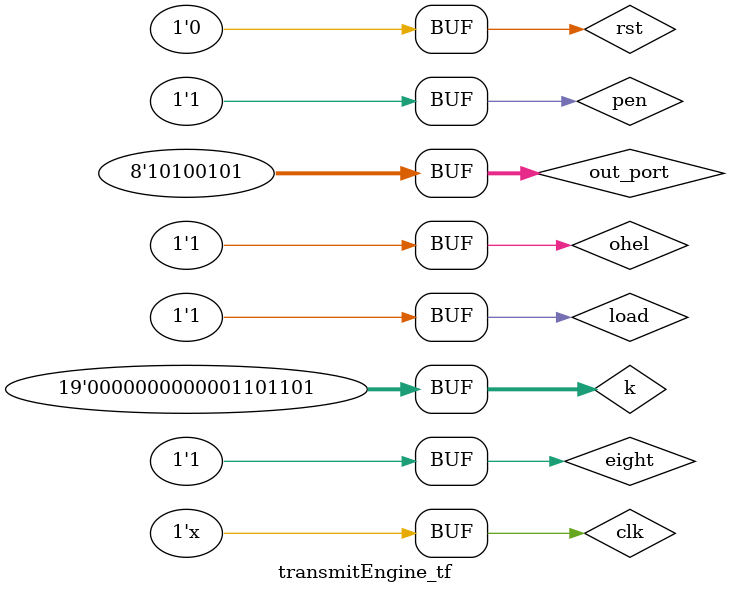
<source format=v>
`timescale 1ns / 1ps


module transmitEngine_tf;

	// Inputs
	reg clk;
	reg rst;
	reg eight;
	reg pen;
	reg ohel;
	reg load;
	reg [7:0] out_port;
	reg [18:0] k;

	// Outputs
	wire TxRdy;
	wire Tx;

	// Instantiate the Unit Under Test (UUT)
	transmitEngine uut (
		.clk(clk), 
		.rst(rst), 
		.eight(eight), 
		.pen(pen), 
		.ohel(ohel), 
		.load(load), 
		.out_port(out_port), 
		.k(k), 
		.TxRdy(TxRdy), 
		.Tx(Tx)
	);
	//Generate clock
	always #5 clk = ~clk;
	
	initial begin
		// Initialize Inputs
		clk = 0;
		rst = 1;
		eight = 0;
		pen = 0;
		ohel = 0;
		load = 0;
		out_port = 8'hA5;
		k = 109;
		
		//Wait 100 ns for global reset to finish
		#100;
		rst = 0;			    //exercise reset
		
		//======================================
		//	case = 3'b000
		// output = 11_0100101_01
		//======================================		
		eight = 0; 
		pen 	= 0;
		ohel 	= 0;
		load 	= 1;
			
		//======================================
		//	case 3'b001
		// output = 11_0100101_01
		//======================================	
		#100;
		eight = 0;
		pen 	= 0;
		ohel 	= 1;
		load 	= 1;
		
		//======================================
		//	case 3'b010
		// output = 11_0100101_01
		//======================================	
		#100;
		eight = 0;
		pen 	= 1;
		ohel 	= 0;
		load 	= 1;

		//======================================
		//	case 3'b011
		// output = 10_0100101_01
		//======================================	
		#100;
		eight = 0;
		pen 	= 1;
		ohel 	= 1;
		load 	= 1;
		
		//======================================
		//	case 3'b100
		// output = 11_0100101_01
		//======================================	
		#100;
		eight = 1;
		pen 	= 0;
		ohel 	= 0;
		load 	= 1;
		
		//======================================
		//	case 3'b101
		// output = 11_0100101_01
		//======================================	
		#100;
		eight = 1;
		pen 	= 0;
		ohel 	= 1;
		load 	= 1;
		
		//======================================
		//	case 3'b110
		// output = 01_0100101_01
		//======================================	
		#100;
		eight = 1;
		pen 	= 1;
		ohel 	= 0;
		load 	= 1;
		
		//======================================
		//	case 3'b111
		// output = 11_0100101_01
		//======================================	
		#100;
		eight = 1;
		pen 	= 1;
		ohel 	= 1;
		load 	= 1;
        
	end
      
endmodule


</source>
